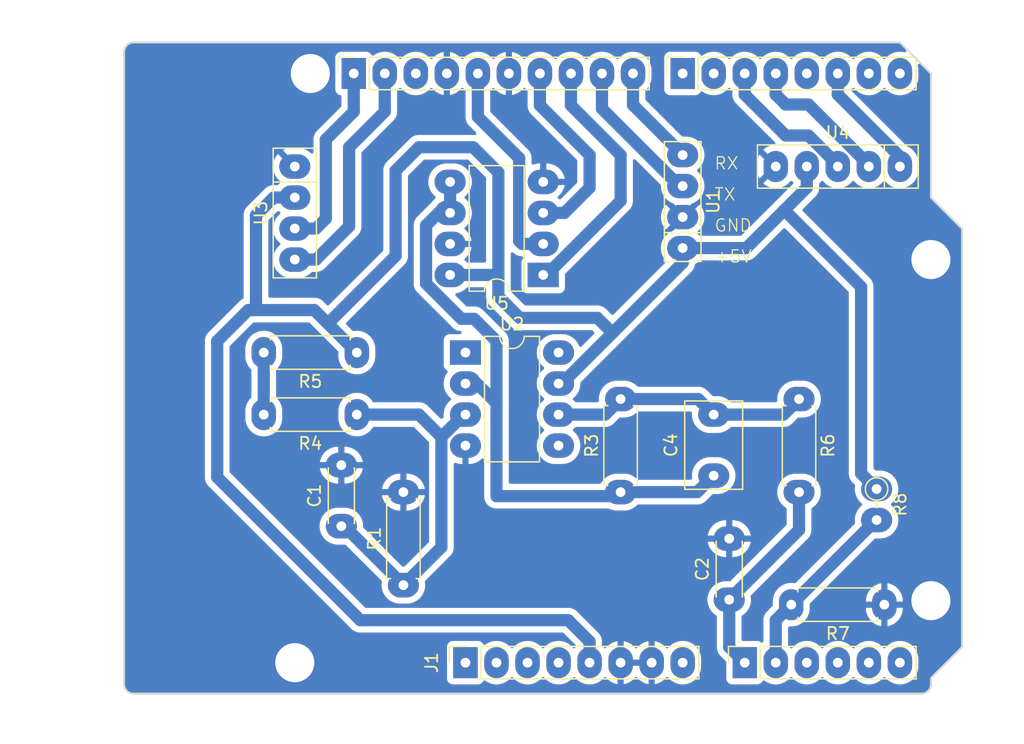
<source format=kicad_pcb>
(kicad_pcb (version 20221018) (generator pcbnew)
  (title_block (date "mar. 31 mars 2015"))
  (layers (0 "F.Cu" signal) (31 "B.Cu" signal) (34 "B.Paste" user) (35 "F.Paste" user) (36 "B.SilkS" user "B.Silkscreen") (37 "F.SilkS" user "F.Silkscreen") (38 "B.Mask" user) (39 "F.Mask" user) (44 "Edge.Cuts" user))
  (net 0 "")
  (net 1 "Net-(U2-+IN)")
  (net 3 "/IOREF")
  (net 4 "/A0")
  (net 5 "/A1")
  (net 6 "/A2")
  (net 7 "/A3")
  (net 8 "GND")
  (net 9 "/PW")
  (net 10 "/13")
  (net 11 "/AREF")
  (net 12 "/8")
  (net 13 "/7")
  (net 14 "/*11")
  (net 15 "/*10")
  (net 16 "/*9")
  (net 17 "/4")
  (net 18 "/2")
  (net 19 "/*6")
  (net 20 "/*5")
  (net 21 "/TX{slash}1")
  (net 22 "/*3")
  (net 23 "/RX{slash}0")
  (net 25 "/~{RESET}")
  (net 26 "/Vin")
  (net 27 "+5V")
  (net 28 "Net-(U2-OUT)")
  (net 29 "Net-(R4-Pad2)")
  (net 33 "/A4")
  (net 34 "/A5")
  (net 35 "/SCLO")
  (net 36 "/SDAO")
  (footprint "Connector_PinSocket_2.54mm:PinSocket_1x06_P2.54mm_Vertical" (layer "F.Cu") (at 150.8 97.46 90)
    (fp_text reference "J3" hide)
    (fp_text value "Analog")
    (fp_line (start -1.33 1.27) (end -1.33 14.03) (stroke (width 0.12)) (layer "F.SilkS"))
    (fp_line (start -1.33 1.27) (end 1.33 1.27) (stroke (width 0.12)) (layer "F.SilkS"))
    (fp_line (start -1.33 14.03) (end 1.33 14.03) (stroke (width 0.12)) (layer "F.SilkS"))
    (fp_line (start 0 -1.33) (end 1.33 -1.33) (stroke (width 0.12)) (layer "F.SilkS"))
    (fp_line (start 1.33 -1.33) (end 1.33 0) (stroke (width 0.12)) (layer "F.SilkS"))
    (fp_line (start 1.33 1.27) (end 1.33 14.03) (stroke (width 0.12)) (layer "F.SilkS"))
    (pad "1" thru_hole rect locked (at 0 0 90) (size 2.54 2) (drill 0.8) (layers "*.Cu" "*.Mask") (net 4 "/A0"))
    (pad "2" thru_hole oval locked (at 0 2.54 90) (size 2.54 2) (drill 0.8) (layers "*.Cu" "*.Mask") (net 5 "/A1"))
    (pad "3" thru_hole oval locked (at 0 5.08 90) (size 2.54 2) (drill 0.8) (layers "*.Cu" "*.Mask") (net 6 "/A2"))
    (pad "4" thru_hole oval locked (at 0 7.62 90) (size 2.54 2) (drill 0.8) (layers "*.Cu" "*.Mask") (net 7 "/A3"))
    (pad "5" thru_hole oval locked (at 0 10.16 90) (size 2.54 2) (drill 0.8) (layers "*.Cu" "*.Mask") (net 33 "/A4"))
    (pad "6" thru_hole oval locked (at 0 12.7 90) (size 2.54 2) (drill 0.8) (layers "*.Cu" "*.Mask") (net 34 "/A5"))
  )
  (footprint "Connector_PinSocket_2.54mm:PinSocket_1x10_P2.54mm_Vertical" (layer "F.Cu") (at 118.796 49.2 90)
    (fp_text reference "J2" hide)
    (fp_text value "Digital/PWM")
    (fp_line (start -1.33 1.27) (end -1.33 24.19) (stroke (width 0.12)) (layer "F.SilkS"))
    (fp_line (start -1.33 1.27) (end 1.33 1.27) (stroke (width 0.12)) (layer "F.SilkS"))
    (fp_line (start -1.33 24.19) (end 1.33 24.19) (stroke (width 0.12)) (layer "F.SilkS"))
    (fp_line (start 0 -1.33) (end 1.33 -1.33) (stroke (width 0.12)) (layer "F.SilkS"))
    (fp_line (start 1.33 -1.33) (end 1.33 0) (stroke (width 0.12)) (layer "F.SilkS"))
    (fp_line (start 1.33 1.27) (end 1.33 24.19) (stroke (width 0.12)) (layer "F.SilkS"))
    (pad "1" thru_hole rect locked (at 0 0 90) (size 2.54 2) (drill 0.8) (layers "*.Cu" "*.Mask") (net 35 "/SCLO"))
    (pad "2" thru_hole oval locked (at 0 2.54 90) (size 2.54 2) (drill 0.8) (layers "*.Cu" "*.Mask") (net 36 "/SDAO"))
    (pad "3" thru_hole oval locked (at 0 5.08 90) (size 2.54 2) (drill 0.8) (layers "*.Cu" "*.Mask") (net 11 "/AREF"))
    (pad "4" thru_hole oval locked (at 0 7.62 90) (size 2.54 2) (drill 0.8) (layers "*.Cu" "*.Mask") (net 8 "GND"))
    (pad "5" thru_hole oval locked (at 0 10.16 90) (size 2.54 2) (drill 0.8) (layers "*.Cu" "*.Mask") (net 10 "/13"))
    (pad "6" thru_hole oval locked (at 0 12.7 90) (size 2.54 2) (drill 0.8) (layers "*.Cu" "*.Mask") (net 8 "GND"))
    (pad "7" thru_hole oval locked (at 0 15.24 90) (size 2.54 2) (drill 0.8) (layers "*.Cu" "*.Mask") (net 14 "/*11"))
    (pad "8" thru_hole oval locked (at 0 17.78 90) (size 2.54 2) (drill 0.8) (layers "*.Cu" "*.Mask") (net 15 "/*10"))
    (pad "9" thru_hole oval locked (at 0 20.32 90) (size 2.54 2) (drill 0.8) (layers "*.Cu" "*.Mask") (net 16 "/*9"))
    (pad "10" thru_hole oval locked (at 0 22.86 90) (size 2.54 2) (drill 0.8) (layers "*.Cu" "*.Mask") (net 12 "/8"))
  )
  (footprint "Connector_PinSocket_2.54mm:PinSocket_1x08_P2.54mm_Vertical" (layer "F.Cu") (at 145.72 49.2 90)
    (fp_text reference "J4" hide)
    (fp_text value "Digital/PWM")
    (fp_line (start -1.33 1.27) (end -1.33 19.11) (stroke (width 0.12)) (layer "F.SilkS"))
    (fp_line (start -1.33 1.27) (end 1.33 1.27) (stroke (width 0.12)) (layer "F.SilkS"))
    (fp_line (start -1.33 19.11) (end 1.33 19.11) (stroke (width 0.12)) (layer "F.SilkS"))
    (fp_line (start 0 -1.33) (end 1.33 -1.33) (stroke (width 0.12)) (layer "F.SilkS"))
    (fp_line (start 1.33 -1.33) (end 1.33 0) (stroke (width 0.12)) (layer "F.SilkS"))
    (fp_line (start 1.33 1.27) (end 1.33 19.11) (stroke (width 0.12)) (layer "F.SilkS"))
    (pad "1" thru_hole rect locked (at 0 0 90) (size 2.54 2) (drill 0.8) (layers "*.Cu" "*.Mask") (net 13 "/7"))
    (pad "2" thru_hole oval locked (at 0 2.54 90) (size 2.54 2) (drill 0.8) (layers "*.Cu" "*.Mask") (net 19 "/*6"))
    (pad "3" thru_hole oval locked (at 0 5.08 90) (size 2.54 2) (drill 0.8) (layers "*.Cu" "*.Mask") (net 20 "/*5"))
    (pad "4" thru_hole oval locked (at 0 7.62 90) (size 2.54 2) (drill 0.8) (layers "*.Cu" "*.Mask") (net 17 "/4"))
    (pad "5" thru_hole oval locked (at 0 10.16 90) (size 2.54 2) (drill 0.8) (layers "*.Cu" "*.Mask") (net 22 "/*3"))
    (pad "6" thru_hole oval locked (at 0 12.7 90) (size 2.54 2) (drill 0.8) (layers "*.Cu" "*.Mask") (net 18 "/2"))
    (pad "7" thru_hole oval locked (at 0 15.24 90) (size 2.54 2) (drill 0.8) (layers "*.Cu" "*.Mask") (net 21 "/TX{slash}1"))
    (pad "8" thru_hole oval locked (at 0 17.78 90) (size 2.54 2) (drill 0.8) (layers "*.Cu" "*.Mask") (net 23 "/RX{slash}0"))
  )
  (footprint "lib_empreintes:SIP-4" (layer "F.Cu") (at 113.97 60.63 -90)
    (fp_text reference "U3" (at 0 2.77 90) (layer "F.SilkS"))
    (fp_text value "~")
    (fp_line (start -5.31 -1.77) (end 5.31 -1.77) (stroke (width 0.12)) (layer "F.SilkS"))
    (fp_line (start -5.31 1.77) (end -5.31 -1.77) (stroke (width 0.12)) (layer "F.SilkS"))
    (fp_line (start -2.54 -1.77) (end -2.54 1.77) (stroke (width 0.12)) (layer "F.SilkS"))
    (fp_line (start 5.31 -1.77) (end 5.31 1.77) (stroke (width 0.12)) (layer "F.SilkS"))
    (fp_line (start 5.31 1.77) (end -5.31 1.77) (stroke (width 0.12)) (layer "F.SilkS"))
    (pad "1" thru_hole oval (at -3.81 0 270) (size 2 2.54) (drill 0.8) (layers "*.Cu" "*.Mask") (net 8 "GND"))
    (pad "2" thru_hole oval (at -1.27 0 270) (size 2 2.54) (drill 0.8) (layers "*.Cu" "*.Mask") (net 27 "+5V"))
    (pad "3" thru_hole oval (at 1.27 0 270) (size 2 2.54) (drill 0.8) (layers "*.Cu" "*.Mask") (net 35 "/SCLO"))
    (pad "4" thru_hole oval (at 3.81 0 270) (size 2 2.54) (drill 0.8) (layers "*.Cu" "*.Mask") (net 36 "/SDAO"))
  )
  (footprint "Capacitor_THT:C_Rect_L7.0mm_W4.5mm_P5.00mm" (layer "F.Cu") (at 148.26 82.14 90)
    (fp_text reference "C4" (at 2.5 -3.5 90) (layer "F.SilkS"))
    (fp_text value "1u")
    (fp_line (start -1.12 -2.37) (end -1.12 2.37) (stroke (width 0.12)) (layer "F.SilkS"))
    (fp_line (start -1.12 -2.37) (end 6.12 -2.37) (stroke (width 0.12)) (layer "F.SilkS"))
    (fp_line (start -1.12 2.37) (end 6.12 2.37) (stroke (width 0.12)) (layer "F.SilkS"))
    (fp_line (start 6.12 -2.37) (end 6.12 2.37) (stroke (width 0.12)) (layer "F.SilkS"))
    (pad "1" thru_hole oval (at 0 0 90) (size 2 2.54) (drill 0.8) (layers "*.Cu" "*.Mask") (net 9 "/PW"))
    (pad "2" thru_hole oval (at 5 0 90) (size 2 2.54) (drill 0.8) (layers "*.Cu" "*.Mask") (net 28 "Net-(U2-OUT)"))
  )
  (footprint "Resistor_THT:R_Axial_DIN0207_L6.3mm_D2.5mm_P7.62mm_Horizontal" (layer "F.Cu") (at 119.05 72.06 180)
    (fp_text reference "R5" (at 3.81 -2.37) (layer "F.SilkS"))
    (fp_text value "R_Variable")
    (fp_line (start 0.54 -1.37) (end 7.08 -1.37) (stroke (width 0.12)) (layer "F.SilkS"))
    (fp_line (start 0.54 -1.04) (end 0.54 -1.37) (stroke (width 0.12)) (layer "F.SilkS"))
    (fp_line (start 0.54 1.04) (end 0.54 1.37) (stroke (width 0.12)) (layer "F.SilkS"))
    (fp_line (start 0.54 1.37) (end 7.08 1.37) (stroke (width 0.12)) (layer "F.SilkS"))
    (fp_line (start 7.08 -1.37) (end 7.08 -1.04) (stroke (width 0.12)) (layer "F.SilkS"))
    (fp_line (start 7.08 1.37) (end 7.08 1.04) (stroke (width 0.12)) (layer "F.SilkS"))
    (pad "1" thru_hole oval (at 0 0 180) (size 2 2.54) (drill 0.8) (layers "*.Cu" "*.Mask") (net 27 "+5V"))
    (pad "2" thru_hole oval (at 7.62 0 180) (size 2 2.54) (drill 0.8) (layers "*.Cu" "*.Mask") (net 29 "Net-(R4-Pad2)"))
  )
  (footprint "Resistor_THT:R_Axial_DIN0207_L6.3mm_D2.5mm_P7.62mm_Horizontal" (layer "F.Cu") (at 155.245 75.87 -90)
    (fp_text reference "R6" (at 3.81 -2.37 90) (layer "F.SilkS"))
    (fp_text value "1k")
    (fp_line (start 0.54 -1.37) (end 7.08 -1.37) (stroke (width 0.12)) (layer "F.SilkS"))
    (fp_line (start 0.54 -1.04) (end 0.54 -1.37) (stroke (width 0.12)) (layer "F.SilkS"))
    (fp_line (start 0.54 1.04) (end 0.54 1.37) (stroke (width 0.12)) (layer "F.SilkS"))
    (fp_line (start 0.54 1.37) (end 7.08 1.37) (stroke (width 0.12)) (layer "F.SilkS"))
    (fp_line (start 7.08 -1.37) (end 7.08 -1.04) (stroke (width 0.12)) (layer "F.SilkS"))
    (fp_line (start 7.08 1.37) (end 7.08 1.04) (stroke (width 0.12)) (layer "F.SilkS"))
    (pad "1" thru_hole oval (at 0 0 270) (size 2 2.54) (drill 0.8) (layers "*.Cu" "*.Mask") (net 28 "Net-(U2-OUT)"))
    (pad "2" thru_hole oval (at 7.62 0 270) (size 2 2.54) (drill 0.8) (layers "*.Cu" "*.Mask") (net 4 "/A0"))
  )
  (footprint "Resistor_THT:R_Axial_DIN0207_L6.3mm_D2.5mm_P7.62mm_Horizontal" (layer "F.Cu") (at 119.05 77.14 180)
    (fp_text reference "R4" (at 3.81 -2.37) (layer "F.SilkS"))
    (fp_text value "10k")
    (fp_line (start 0.54 -1.37) (end 7.08 -1.37) (stroke (width 0.12)) (layer "F.SilkS"))
    (fp_line (start 0.54 -1.04) (end 0.54 -1.37) (stroke (width 0.12)) (layer "F.SilkS"))
    (fp_line (start 0.54 1.04) (end 0.54 1.37) (stroke (width 0.12)) (layer "F.SilkS"))
    (fp_line (start 0.54 1.37) (end 7.08 1.37) (stroke (width 0.12)) (layer "F.SilkS"))
    (fp_line (start 7.08 -1.37) (end 7.08 -1.04) (stroke (width 0.12)) (layer "F.SilkS"))
    (fp_line (start 7.08 1.37) (end 7.08 1.04) (stroke (width 0.12)) (layer "F.SilkS"))
    (pad "1" thru_hole oval (at 0 0 180) (size 2 2.54) (drill 0.8) (layers "*.Cu" "*.Mask") (net 1 "Net-(U2-+IN)"))
    (pad "2" thru_hole oval (at 7.62 0 180) (size 2 2.54) (drill 0.8) (layers "*.Cu" "*.Mask") (net 29 "Net-(R4-Pad2)"))
  )
  (footprint "Capacitor_THT:C_Disc_D4.3mm_W1.9mm_P5.00mm" (layer "F.Cu") (at 149.53 92.3 90)
    (fp_text reference "C2" (at 2.5 -2.2 90) (layer "F.SilkS"))
    (fp_text value "100n")
    (fp_line (start 0.23 -1.07) (end 0.23 -1.055) (stroke (width 0.12)) (layer "F.SilkS"))
    (fp_line (start 0.23 -1.07) (end 4.77 -1.07) (stroke (width 0.12)) (layer "F.SilkS"))
    (fp_line (start 0.23 1.055) (end 0.23 1.07) (stroke (width 0.12)) (layer "F.SilkS"))
    (fp_line (start 0.23 1.07) (end 4.77 1.07) (stroke (width 0.12)) (layer "F.SilkS"))
    (fp_line (start 4.77 -1.07) (end 4.77 -1.055) (stroke (width 0.12)) (layer "F.SilkS"))
    (fp_line (start 4.77 1.055) (end 4.77 1.07) (stroke (width 0.12)) (layer "F.SilkS"))
    (pad "1" thru_hole oval (at 0 0 90) (size 2 2.54) (drill 0.8) (layers "*.Cu" "*.Mask") (net 4 "/A0"))
    (pad "2" thru_hole oval (at 5 0 90) (size 2 2.54) (drill 0.8) (layers "*.Cu" "*.Mask") (net 8 "GND"))
  )
  (footprint "Connector_PinSocket_2.54mm:PinSocket_1x08_P2.54mm_Vertical" (layer "F.Cu") (at 127.94 97.46 90)
    (fp_text reference "J1" (at 0 -2.77 90) (layer "F.SilkS"))
    (fp_text value "Power")
    (fp_line (start -1.33 1.27) (end -1.33 19.11) (stroke (width 0.12)) (layer "F.SilkS"))
    (fp_line (start -1.33 1.27) (end 1.33 1.27) (stroke (width 0.12)) (layer "F.SilkS"))
    (fp_line (start -1.33 19.11) (end 1.33 19.11) (stroke (width 0.12)) (layer "F.SilkS"))
    (fp_line (start 0 -1.33) (end 1.33 -1.33) (stroke (width 0.12)) (layer "F.SilkS"))
    (fp_line (start 1.33 -1.33) (end 1.33 0) (stroke (width 0.12)) (layer "F.SilkS"))
    (fp_line (start 1.33 1.27) (end 1.33 19.11) (stroke (width 0.12)) (layer "F.SilkS"))
    (pad "1" thru_hole rect (at 0 0 90) (size 2.54 2) (drill 0.8) (layers "*.Cu" "*.Mask"))
    (pad "2" thru_hole oval (at 0 2.54 90) (size 2.54 2) (drill 0.8) (layers "*.Cu" "*.Mask") (net 3 "/IOREF"))
    (pad "3" thru_hole oval (at 0 5.08 90) (size 2.54 2) (drill 0.8) (layers "*.Cu" "*.Mask") (net 25 "/~{RESET}"))
    (pad "4" thru_hole oval (at 0 7.62 90) (size 2.54 2) (drill 0.8) (layers "*.Cu" "*.Mask"))
    (pad "5" thru_hole oval (at 0 10.16 90) (size 2.54 2) (drill 0.8) (layers "*.Cu" "*.Mask") (net 27 "+5V"))
    (pad "6" thru_hole oval (at 0 12.7 90) (size 2.54 2) (drill 0.8) (layers "*.Cu" "*.Mask") (net 8 "GND"))
    (pad "7" thru_hole oval (at 0 15.24 90) (size 2.54 2) (drill 0.8) (layers "*.Cu" "*.Mask") (net 8 "GND"))
    (pad "8" thru_hole oval (at 0 17.78 90) (size 2.54 2) (drill 0.8) (layers "*.Cu" "*.Mask") (net 26 "/Vin"))
  )
  (footprint "Package_DIP:DIP-8_W7.62mm_LongPads" (layer "F.Cu") (at 134.305 65.7 180)
    (fp_text reference "U5" (at 3.81 -2.33) (layer "F.SilkS"))
    (fp_text value "MCP41100")
    (fp_line (start 1.56 -1.33) (end 1.56 8.95) (stroke (width 0.12)) (layer "F.SilkS"))
    (fp_line (start 1.56 8.95) (end 6.06 8.95) (stroke (width 0.12)) (layer "F.SilkS"))
    (fp_line (start 2.81 -1.33) (end 1.56 -1.33) (stroke (width 0.12)) (layer "F.SilkS"))
    (fp_line (start 6.06 -1.33) (end 4.81 -1.33) (stroke (width 0.12)) (layer "F.SilkS"))
    (fp_line (start 6.06 8.95) (end 6.06 -1.33) (stroke (width 0.12)) (layer "F.SilkS"))
    (fp_arc (start 4.81 -1.33) (mid 3.81 -0.33) (end 2.81 -1.33) (stroke (width 0.12)) (layer "F.SilkS"))
    (pad "1" thru_hole rect (at 0 0 180) (size 2.54 2) (drill 0.8) (layers "*.Cu" "*.Mask") (net 15 "/*10"))
    (pad "2" thru_hole oval (at 0 2.54 180) (size 2.54 2) (drill 0.8) (layers "*.Cu" "*.Mask") (net 10 "/13"))
    (pad "3" thru_hole oval (at 0 5.08 180) (size 2.54 2) (drill 0.8) (layers "*.Cu" "*.Mask") (net 14 "/*11"))
    (pad "4" thru_hole oval (at 0 7.62 180) (size 2.54 2) (drill 0.8) (layers "*.Cu" "*.Mask") (net 8 "GND"))
    (pad "5" thru_hole oval (at 7.62 7.62 180) (size 2.54 2) (drill 0.8) (layers "*.Cu" "*.Mask") (net 9 "/PW"))
    (pad "6" thru_hole oval (at 7.62 5.08 180) (size 2.54 2) (drill 0.8) (layers "*.Cu" "*.Mask") (net 9 "/PW"))
    (pad "7" thru_hole oval (at 7.62 2.54 180) (size 2.54 2) (drill 0.8) (layers "*.Cu" "*.Mask") (net 8 "GND"))
    (pad "8" thru_hole oval (at 7.62 0 180) (size 2.54 2) (drill 0.8) (layers "*.Cu" "*.Mask") (net 27 "+5V"))
  )
  (footprint "Arduino_MountingHole:MountingHole_3.2mm" (layer "F.Cu") (at 115.24 49.2)
    (fp_text reference "MH1" hide)
    (fp_text value "MountingHole_3.2mm" hide)
    (pad "" np_thru_hole circle locked (at 0 0) (size 3.2 3.2) (drill 3.2) (layers "*.Cu" "*.Mask"))
  )
  (footprint "Resistor_THT:R_Axial_DIN0207_L6.3mm_D2.5mm_P7.62mm_Horizontal" (layer "F.Cu") (at 122.86 91.11 90)
    (fp_text reference "R1" (at 3.81 -2.37 90) (layer "F.SilkS"))
    (fp_text value "100k")
    (fp_line (start 0.54 -1.37) (end 7.08 -1.37) (stroke (width 0.12)) (layer "F.SilkS"))
    (fp_line (start 0.54 -1.04) (end 0.54 -1.37) (stroke (width 0.12)) (layer "F.SilkS"))
    (fp_line (start 0.54 1.04) (end 0.54 1.37) (stroke (width 0.12)) (layer "F.SilkS"))
    (fp_line (start 0.54 1.37) (end 7.08 1.37) (stroke (width 0.12)) (layer "F.SilkS"))
    (fp_line (start 7.08 -1.37) (end 7.08 -1.04) (stroke (width 0.12)) (layer "F.SilkS"))
    (fp_line (start 7.08 1.37) (end 7.08 1.04) (stroke (width 0.12)) (layer "F.SilkS"))
    (pad "1" thru_hole oval (at 0 0 90) (size 2 2.54) (drill 0.8) (layers "*.Cu" "*.Mask") (net 1 "Net-(U2-+IN)"))
    (pad "2" thru_hole oval (at 7.62 0 90) (size 2 2.54) (drill 0.8) (layers "*.Cu" "*.Mask") (net 8 "GND"))
  )
  (footprint "lib_empreintes:SIP-4" (layer "F.Cu") (at 145.72 59.69 90)
    (fp_text reference "U1" (at 0 2.5 90) (layer "F.SilkS"))
    (fp_text value "~")
    (fp_text user "RX" (at 2.54 2.54 unlocked) (layer "F.SilkS") (effects (font (thickness 0.1)) (justify left bottom)))
    (fp_text user "+5V" (at -5.08 2.54 unlocked) (layer "F.SilkS") (effects (font (thickness 0.1)) (justify left bottom)))
    (fp_text user "GND" (at -2.54 2.54 unlocked) (layer "F.SilkS") (effects (font (thickness 0.1)) (justify left bottom)))
    (fp_text user "TX" (at 0 2.54 unlocked) (layer "F.SilkS") (effects (font (thickness 0.1)) (justify left bottom)))
    (fp_line (start -4.91 -1.5) (end 4.91 -1.5) (stroke (width 0.12)) (layer "F.SilkS"))
    (fp_line (start -4.91 1.5) (end -4.91 -1.5) (stroke (width 0.12)) (layer "F.SilkS"))
    (fp_line (start -2.54 -1.5) (end -2.54 1.5) (stroke (width 0.12)) (layer "F.SilkS"))
    (fp_line (start 4.91 -1.5) (end 4.91 1.5) (stroke (width 0.12)) (layer "F.SilkS"))
    (fp_line (start 4.91 1.5) (end -4.91 1.5) (stroke (width 0.12)) (layer "F.SilkS"))
    (pad "1" thru_hole oval (at -3.81 0 90) (size 2 2.54) (drill 0.8) (layers "*.Cu" "*.Mask") (net 27 "+5V"))
    (pad "2" thru_hole oval (at -1.27 0 90) (size 2 2.54) (drill 0.8) (layers "*.Cu" "*.Mask") (net 8 "GND"))
    (pad "3" thru_hole oval (at 1.27 0 90) (size 2 2.54) (drill 0.8) (layers "*.Cu" "*.Mask") (net 16 "/*9"))
    (pad "4" thru_hole oval (at 3.81 0 90) (size 2 2.54) (drill 0.8) (layers "*.Cu" "*.Mask") (net 12 "/8"))
  )
  (footprint "Resistor_THT:R_Axial_DIN0207_L6.3mm_D2.5mm_P7.62mm_Horizontal" (layer "F.Cu") (at 140.64 83.49 90)
    (fp_text reference "R3" (at 3.81 -2.37 90) (layer "F.SilkS"))
    (fp_text value "100k")
    (fp_line (start 0.54 -1.37) (end 7.08 -1.37) (stroke (width 0.12)) (layer "F.SilkS"))
    (fp_line (start 0.54 -1.04) (end 0.54 -1.37) (stroke (width 0.12)) (layer "F.SilkS"))
    (fp_line (start 0.54 1.04) (end 0.54 1.37) (stroke (width 0.12)) (layer "F.SilkS"))
    (fp_line (start 0.54 1.37) (end 7.08 1.37) (stroke (width 0.12)) (layer "F.SilkS"))
    (fp_line (start 7.08 -1.37) (end 7.08 -1.04) (stroke (width 0.12)) (layer "F.SilkS"))
    (fp_line (start 7.08 1.37) (end 7.08 1.04) (stroke (width 0.12)) (layer "F.SilkS"))
    (pad "1" thru_hole oval (at 0 0 90) (size 2 2.54) (drill 0.8) (layers "*.Cu" "*.Mask") (net 9 "/PW"))
    (pad "2" thru_hole oval (at 7.62 0 90) (size 2 2.54) (drill 0.8) (layers "*.Cu" "*.Mask") (net 28 "Net-(U2-OUT)"))
  )
  (footprint "Capacitor_THT:C_Disc_D4.3mm_W1.9mm_P5.00mm" (layer "F.Cu") (at 117.78 86.28 90)
    (fp_text reference "C1" (at 2.5 -2.2 90) (layer "F.SilkS"))
    (fp_text value "100n")
    (fp_line (start 0.23 -1.07) (end 0.23 -1.055) (stroke (width 0.12)) (layer "F.SilkS"))
    (fp_line (start 0.23 -1.07) (end 4.77 -1.07) (stroke (width 0.12)) (layer "F.SilkS"))
    (fp_line (start 0.23 1.055) (end 0.23 1.07) (stroke (width 0.12)) (layer "F.SilkS"))
    (fp_line (start 0.23 1.07) (end 4.77 1.07) (stroke (width 0.12)) (layer "F.SilkS"))
    (fp_line (start 4.77 -1.07) (end 4.77 -1.055) (stroke (width 0.12)) (layer "F.SilkS"))
    (fp_line (start 4.77 1.055) (end 4.77 1.07) (stroke (width 0.12)) (layer "F.SilkS"))
    (pad "1" thru_hole oval (at 0 0 90) (size 2 2.54) (drill 0.8) (layers "*.Cu" "*.Mask") (net 1 "Net-(U2-+IN)"))
    (pad "2" thru_hole oval (at 5 0 90) (size 2 2.54) (drill 0.8) (layers "*.Cu" "*.Mask") (net 8 "GND"))
  )
  (footprint "Resistor_THT:R_Axial_DIN0207_L6.3mm_D2.5mm_P7.62mm_Horizontal" (layer "F.Cu") (at 162.23 92.71 180)
    (fp_text reference "R7" (at 3.81 -2.37) (layer "F.SilkS"))
    (fp_text value "39k")
    (fp_line (start 0.54 -1.37) (end 7.08 -1.37) (stroke (width 0.12)) (layer "F.SilkS"))
    (fp_line (start 0.54 -1.04) (end 0.54 -1.37) (stroke (width 0.12)) (layer "F.SilkS"))
    (fp_line (start 0.54 1.04) (end 0.54 1.37) (stroke (width 0.12)) (layer "F.SilkS"))
    (fp_line (start 0.54 1.37) (end 7.08 1.37) (stroke (width 0.12)) (layer "F.SilkS"))
    (fp_line (start 7.08 -1.37) (end 7.08 -1.04) (stroke (width 0.12)) (layer "F.SilkS"))
    (fp_line (start 7.08 1.37) (end 7.08 1.04) (stroke (width 0.12)) (layer "F.SilkS"))
    (pad "1" thru_hole oval (at 0 0 180) (size 2 2.54) (drill 0.8) (layers "*.Cu" "*.Mask") (net 8 "GND"))
    (pad "2" thru_hole oval (at 7.62 0 180) (size 2 2.54) (drill 0.8) (layers "*.Cu" "*.Mask") (net 5 "/A1"))
  )
  (footprint "Resistor_THT:R_Axial_DIN0204_L3.6mm_D1.6mm_P2.54mm_Vertical" (layer "F.Cu") (at 161.595 83.235 -90)
    (fp_text reference "R8" (at 1.27 -1.92 90) (layer "F.SilkS"))
    (fp_text value "FlexSensor")
    (fp_line (start 0.92 0) (end 1.54 0) (stroke (width 0.12)) (layer "F.SilkS"))
    (fp_circle (center 0 0) (end 0.92 0) (stroke (width 0.12)) (fill none) (layer "F.SilkS"))
    (pad "1" thru_hole oval (at 0 0 270) (size 2 2.54) (drill 0.8) (layers "*.Cu" "*.Mask") (net 27 "+5V"))
    (pad "2" thru_hole oval (at 2.54 0 270) (size 2 2.54) (drill 0.8) (layers "*.Cu" "*.Mask") (net 5 "/A1"))
  )
  (footprint "Package_DIP:DIP-8_W7.62mm_LongPads" (layer "F.Cu") (at 127.94 72.06)
    (fp_text reference "U2" (at 3.81 -2.33) (layer "F.SilkS"))
    (fp_text value "~")
    (fp_line (start 1.56 -1.33) (end 1.56 8.95) (stroke (width 0.12)) (layer "F.SilkS"))
    (fp_line (start 1.56 8.95) (end 6.06 8.95) (stroke (width 0.12)) (layer "F.SilkS"))
    (fp_line (start 2.81 -1.33) (end 1.56 -1.33) (stroke (width 0.12)) (layer "F.SilkS"))
    (fp_line (start 6.06 -1.33) (end 4.81 -1.33) (stroke (width 0.12)) (layer "F.SilkS"))
    (fp_line (start 6.06 8.95) (end 6.06 -1.33) (stroke (width 0.12)) (layer "F.SilkS"))
    (fp_arc (start 4.81 -1.33) (mid 3.81 -0.33) (end 2.81 -1.33) (stroke (width 0.12)) (layer "F.SilkS"))
    (pad "1" thru_hole rect (at 0 0) (size 2.54 2) (drill 0.8) (layers "*.Cu" "*.Mask"))
    (pad "2" thru_hole oval (at 0 2.54) (size 2.54 2) (drill 0.8) (layers "*.Cu" "*.Mask") (net 9 "/PW"))
    (pad "3" thru_hole oval (at 0 5.08) (size 2.54 2) (drill 0.8) (layers "*.Cu" "*.Mask") (net 1 "Net-(U2-+IN)"))
    (pad "4" thru_hole oval (at 0 7.62) (size 2.54 2) (drill 0.8) (layers "*.Cu" "*.Mask") (net 8 "GND"))
    (pad "5" thru_hole oval (at 7.62 7.62) (size 2.54 2) (drill 0.8) (layers "*.Cu" "*.Mask"))
    (pad "6" thru_hole oval (at 7.62 5.08) (size 2.54 2) (drill 0.8) (layers "*.Cu" "*.Mask") (net 28 "Net-(U2-OUT)"))
    (pad "7" thru_hole oval (at 7.62 2.54) (size 2.54 2) (drill 0.8) (layers "*.Cu" "*.Mask") (net 27 "+5V"))
    (pad "8" thru_hole oval (at 7.62 0) (size 2.54 2) (drill 0.8) (layers "*.Cu" "*.Mask"))
  )
  (footprint "lib_empreintes:SIP-5" (layer "F.Cu") (at 158.42 56.82 180)
    (fp_text reference "U4" (at 0 2.77) (layer "F.SilkS"))
    (fp_text value "~")
    (fp_line (start -6.58 -1.77) (end 6.58 -1.77) (stroke (width 0.12)) (layer "F.SilkS"))
    (fp_line (start -6.58 1.77) (end -6.58 -1.77) (stroke (width 0.12)) (layer "F.SilkS"))
    (fp_line (start -3.81 -1.77) (end -3.81 1.77) (stroke (width 0.12)) (layer "F.SilkS"))
    (fp_line (start 6.58 -1.77) (end 6.58 1.77) (stroke (width 0.12)) (layer "F.SilkS"))
    (fp_line (start 6.58 1.77) (end -6.58 1.77) (stroke (width 0.12)) (layer "F.SilkS"))
    (pad "1" thru_hole oval (at -5.08 0 180) (size 2 2.54) (drill 0.8) (layers "*.Cu" "*.Mask") (net 18 "/2"))
    (pad "2" thru_hole oval (at -2.54 0 180) (size 2 2.54) (drill 0.8) (layers "*.Cu" "*.Mask") (net 17 "/4"))
    (pad "3" thru_hole oval (at 0 0 180) (size 2 2.54) (drill 0.8) (layers "*.Cu" "*.Mask") (net 20 "/*5"))
    (pad "4" thru_hole oval (at 2.54 0 180) (size 2 2.54) (drill 0.8) (layers "*.Cu" "*.Mask") (net 27 "+5V"))
    (pad "5" thru_hole oval (at 5.08 0 180) (size 2 2.54) (drill 0.8) (layers "*.Cu" "*.Mask") (net 8 "GND"))
  )
  (footprint "Arduino_MountingHole:MountingHole_3.2mm" (layer "F.Cu") (at 113.97 97.46)
    (fp_text reference "MH2" hide)
    (fp_text value "MountingHole_3.2mm" hide)
    (pad "" np_thru_hole circle locked (at 0 0) (size 3.2 3.2) (drill 3.2) (layers "*.Cu" "*.Mask"))
  )
  (footprint "Arduino_MountingHole:MountingHole_3.2mm" (layer "F.Cu") (at 166.04 64.44)
    (fp_text reference "MH3" hide)
    (fp_text value "MountingHole_3.2mm" hide)
    (pad "" np_thru_hole circle locked (at 0 0) (size 3.2 3.2) (drill 3.2) (layers "*.Cu" "*.Mask"))
  )
  (footprint "Arduino_MountingHole:MountingHole_3.2mm" (layer "F.Cu") (at 166.04 92.38)
    (fp_text reference "MH4" hide)
    (fp_text value "MountingHole_3.2mm" hide)
    (pad "" np_thru_hole circle locked (at 0 0) (size 3.2 3.2) (drill 3.2) (layers "*.Cu" "*.Mask"))
  )
  (gr_line (start 166.04 59.36) (end 168.58 61.9) (stroke (width 0.15)) (layer "Edge.Cuts"))
  (gr_line (start 100 99.238) (end 100 47.422) (stroke (width 0.15)) (layer "Edge.Cuts"))
  (gr_line (start 168.58 61.9) (end 168.58 96.19) (stroke (width 0.15)) (layer "Edge.Cuts"))
  (gr_line (start 165.278 100) (end 100.762 100) (stroke (width 0.15)) (layer "Edge.Cuts"))
  (gr_line (start 100.762 46.66) (end 163.5 46.66) (stroke (width 0.15)) (layer "Edge.Cuts"))
  (gr_arc (start 100.762 100) (mid 100.223185 99.776815) (end 100 99.238) (stroke (width 0.15)) (layer "Edge.Cuts"))
  (gr_line (start 168.58 96.19) (end 166.04 98.73) (stroke (width 0.15)) (layer "Edge.Cuts"))
  (gr_line (start 163.5 46.66) (end 166.04 49.2) (stroke (width 0.15)) (layer "Edge.Cuts"))
  (gr_arc (start 166.04 99.238) (mid 165.816815 99.776815) (end 165.278 100) (stroke (width 0.15)) (layer "Edge.Cuts"))
  (gr_line (start 166.04 49.2) (end 166.04 59.36) (stroke (width 0.15)) (layer "Edge.Cuts"))
  (gr_line (start 166.04 98.73) (end 166.04 99.238) (stroke (width 0.15)) (layer "Edge.Cuts"))
  (gr_arc (start 100 47.422) (mid 100.223185 46.883185) (end 100.762 46.66) (stroke (width 0.15)) (layer "Edge.Cuts"))
  (segment (start 124.134163 77.14) (end 125.97 78.975837) (width 1) (layer "B.Cu") (net 1))
  (segment (start 122.86 91.11) (end 125.97 88) (width 1) (layer "B.Cu") (net 1))
  (segment (start 119.05 77.14) (end 124.134163 77.14) (width 1) (layer "B.Cu") (net 1))
  (segment (start 117.78 86.28) (end 118.03 86.28) (width 1) (layer "B.Cu") (net 1))
  (segment (start 125.97 88) (end 125.97 78.975837) (width 1) (layer "B.Cu") (net 1))
  (segment (start 118.03 86.28) (end 122.86 91.11) (width 1) (layer "B.Cu") (net 1))
  (segment (start 127.805837 77.14) (end 127.94 77.14) (width 1) (layer "B.Cu") (net 1))
  (segment (start 125.97 78.975837) (end 127.805837 77.14) (width 1) (layer "B.Cu") (net 1))
  (segment (start 149.53 92.3) (end 149.53 96.19) (width 1) (layer "B.Cu") (net 4))
  (segment (start 155.245 83.49) (end 155.245 86.585) (width 1) (layer "B.Cu") (net 4))
  (segment (start 155.245 86.585) (end 149.53 92.3) (width 1) (layer "B.Cu") (net 4))
  (segment (start 149.53 96.19) (end 150.8 97.46) (width 1) (layer "B.Cu") (net 4))
  (segment (start 161.595 85.775) (end 161.545 85.775) (width 1) (layer "B.Cu") (net 5))
  (segment (start 154.61 92.71) (end 153.34 93.98) (width 1) (layer "B.Cu") (net 5))
  (segment (start 161.545 85.775) (end 154.61 92.71) (width 1) (layer "B.Cu") (net 5))
  (segment (start 153.34 93.98) (end 153.34 97.46) (width 1) (layer "B.Cu") (net 5))
  (segment (start 143.18 97.27) (end 143.18 97.46) (width 1) (layer "B.Cu") (net 8))
  (segment (start 140.31 83.82) (end 140.64 83.49) (width 1) (layer "B.Cu") (net 9))
  (segment (start 124.715 66.404163) (end 124.715 61.645) (width 1) (layer "B.Cu") (net 9))
  (segment (start 127.605837 69.295) (end 124.715 66.404163) (width 1) (layer "B.Cu") (net 9))
  (segment (start 130.48 76.2) (end 130.48 83.82) (width 1) (layer "B.Cu") (net 9))
  (segment (start 125.74 60.62) (end 126.685 60.62) (width 1) (layer "B.Cu") (net 9))
  (segment (start 130.48 71.12) (end 130.48 76.2) (width 1) (layer "B.Cu") (net 9))
  (segment (start 124.715 61.645) (end 125.74 60.62) (width 1) (layer "B.Cu") (net 9))
  (segment (start 130.48 83.82) (end 140.31 83.82) (width 1) (layer "B.Cu") (net 9))
  (segment (start 126.685 60.62) (end 126.685 58.08) (width 1) (layer "B.Cu") (net 9))
  (segment (start 128.655 69.295) (end 127.605837 69.295) (width 1) (layer "B.Cu") (net 9))
  (segment (start 146.91 83.49) (end 148.26 82.14) (width 1) (layer "B.Cu") (net 9))
  (segment (start 127.94 74.6) (end 128.88 74.6) (width 1) (layer "B.Cu") (net 9))
  (segment (start 128.655 69.295) (end 130.48 71.12) (width 1) (layer "B.Cu") (net 9))
  (segment (start 140.64 83.49) (end 146.91 83.49) (width 1) (layer "B.Cu") (net 9))
  (segment (start 128.88 74.6) (end 130.48 76.2) (width 1) (layer "B.Cu") (net 9))
  (segment (start 132.335 56.135) (end 128.956 52.756) (width 1) (layer "B.Cu") (net 10))
  (segment (start 134.305 63.16) (end 132.575 63.16) (width 1) (layer "B.Cu") (net 10))
  (segment (start 132.335 62.92) (end 132.335 56.135) (width 1) (layer "B.Cu") (net 10))
  (segment (start 128.956 52.756) (end 128.956 49.2) (width 1) (layer "B.Cu") (net 10))
  (segment (start 132.575 63.16) (end 132.335 62.92) (width 1) (layer "B.Cu") (net 10))
  (segment (start 141.656 49.2) (end 141.91 49.2) (width 1) (layer "B.Cu") (net 12))
  (segment (start 141.656 49.2) (end 141.656 51.778) (width 1) (layer "B.Cu") (net 12))
  (segment (start 145.72 55.842) (end 145.72 55.88) (width 1) (layer "B.Cu") (net 12))
  (segment (start 141.656 51.778) (end 145.72 55.842) (width 1) (layer "B.Cu") (net 12))
  (segment (start 138.1 58.555) (end 136.035 60.62) (width 1) (layer "B.Cu") (net 14))
  (segment (start 136.035 60.62) (end 134.305 60.62) (width 1) (layer "B.Cu") (net 14))
  (segment (start 138.1 55.88) (end 138.1 58.555) (width 1) (layer "B.Cu") (net 14))
  (segment (start 134.036 49.2) (end 134.036 51.816) (width 1) (layer "B.Cu") (net 14))
  (segment (start 134.036 51.816) (end 138.1 55.88) (width 1) (layer "B.Cu") (net 14))
  (segment (start 140.64 59.635) (end 134.575 65.7) (width 1) (layer "B.Cu") (net 15))
  (segment (start 140.64 55.88) (end 140.64 59.635) (width 1) (layer "B.Cu") (net 15))
  (segment (start 136.576 49.2) (end 136.576 51.816) (width 1) (layer "B.Cu") (net 15))
  (segment (start 136.576 51.816) (end 140.64 55.88) (width 1) (layer "B.Cu") (net 15))
  (segment (start 134.575 65.7) (end 134.305 65.7) (width 1) (layer "B.Cu") (net 15))
  (segment (start 145.45 58.42) (end 139.116 52.086) (width 1) (layer "B.Cu") (net 16))
  (segment (start 145.72 58.42) (end 145.45 58.42) (width 1) (layer "B.Cu") (net 16))
  (segment (start 139.299501 49.383501) (end 139.116 49.2) (width 1) (layer "B.Cu") (net 16))
  (segment (start 139.116 49.2) (end 139.116 52.086) (width 1) (layer "B.Cu") (net 16))
  (segment (start 153.34 50.93) (end 154.15 51.74) (width 1) (layer "B.Cu") (net 17))
  (segment (start 160.96 56.685837) (end 160.96 56.82) (width 1) (layer "B.Cu") (net 17))
  (segment (start 156.014163 51.74) (end 160.96 56.685837) (width 1) (layer "B.Cu") (net 17))
  (segment (start 154.15 51.74) (end 156.014163 51.74) (width 1) (layer "B.Cu") (net 17))
  (segment (start 153.34 49.2) (end 153.34 50.93) (width 1) (layer "B.Cu") (net 17))
  (segment (start 158.42 50.93) (end 163.5 56.01) (width 1) (layer "B.Cu") (net 18))
  (segment (start 158.42 49.2) (end 158.42 50.93) (width 1) (layer "B.Cu") (net 18))
  (segment (start 163.5 56.01) (end 163.5 56.82) (width 1) (layer "B.Cu") (net 18))
  (segment (start 150.8 50.93) (end 154.15 54.28) (width 1) (layer "B.Cu") (net 20))
  (segment (start 158.42 56.685837) (end 158.42 56.82) (width 1) (layer "B.Cu") (net 20))
  (segment (start 154.15 54.28) (end 156.014163 54.28) (width 1) (layer "B.Cu") (net 20))
  (segment (start 150.8 49.2) (end 150.8 50.93) (width 1) (layer "B.Cu") (net 20))
  (segment (start 156.014163 54.28) (end 158.42 56.685837) (width 1) (layer "B.Cu") (net 20))
  (segment (start 136.35 93.98) (end 119.325837 93.98) (width 1) (layer "B.Cu") (net 27))
  (segment (start 119.05 72.06) (end 116.675 69.685) (width 1) (layer "B.Cu") (net 27))
  (segment (start 139.975 70.455) (end 145.72 64.71) (width 1) (layer "B.Cu") (net 27))
  (segment (start 110.16 68.58) (end 110.795 68.58) (width 1) (layer "B.Cu") (net 27))
  (segment (start 139.975 70.455) (end 138.735 69.215) (width 1) (layer "B.Cu") (net 27))
  (segment (start 128.575 55.245) (end 130.635 57.305) (width 1) (layer "B.Cu") (net 27))
  (segment (start 107.62 82.274163) (end 107.62 71.12) (width 1) (layer "B.Cu") (net 27))
  (segment (start 136.29 74.6) (end 135.56 74.6) (width 1) (layer "B.Cu") (net 27))
  (segment (start 155.88 58.55) (end 155.88 56.82) (width 1) (layer "B.Cu") (net 27))
  (segment (start 138.1 95.73) (end 136.35 93.98) (width 1) (layer "B.Cu") (net 27))
  (segment (start 160.325 66.675) (end 160.325 81.965) (width 1) (layer "B.Cu") (net 27))
  (segment (start 115.57 68.58) (end 116.675 69.685) (width 1) (layer "B.Cu") (net 27))
  (segment (start 112.24 59.36) (end 110.795 60.805) (width 1) (layer "B.Cu") (net 27))
  (segment (start 119.325837 93.98) (end 107.62 82.274163) (width 1) (layer "B.Cu") (net 27))
  (segment (start 122.225 64.135) (end 122.225 57.15) (width 1) (layer "B.Cu") (net 27))
  (segment (start 112.7 68.58) (end 115.57 68.58) (width 1) (layer "B.Cu") (net 27))
  (segment (start 130.635 67.465) (end 130.635 65.7) (width 1) (layer "B.Cu") (net 27))
  (segment (start 107.62 71.12) (end 110.16 68.58) (width 1) (layer "B.Cu") (net 27))
  (segment (start 145.72 64.71) (end 145.72 63.5) (width 1) (layer "B.Cu") (net 27))
  (segment (start 138.1 97.46) (end 138.1 95.73) (width 1) (layer "B.Cu") (net 27))
  (segment (start 110.795 68.58) (end 112.7 68.58) (width 1) (layer "B.Cu") (net 27))
  (segment (start 150.93 63.5) (end 154.04 60.39) (width 1) (layer "B.Cu") (net 27))
  (segment (start 130.635 65.7) (end 126.685 65.7) (width 1) (layer "B.Cu") (net 27))
  (segment (start 154.04 60.39) (end 160.325 66.675) (width 1) (layer "B.Cu") (net 27))
  (segment (start 124.13 55.245) (end 128.575 55.245) (width 1) (layer "B.Cu") (net 27))
  (segment (start 132.385 69.215) (end 130.635 67.465) (width 1) (layer "B.Cu") (net 27))
  (segment (start 138.735 69.215) (end 132.385 69.215) (width 1) (layer "B.Cu") (net 27))
  (segment (start 135.56 74.6) (end 135.83 74.6) (width 1) (layer "B.Cu") (net 27))
  (segment (start 160.325 81.965) (end 161.595 83.235) (width 1) (layer "B.Cu") (net 27))
  (segment (start 113.97 59.36) (end 112.24 59.36) (width 1) (layer "B.Cu") (net 27))
  (segment (start 110.795 60.805) (end 110.795 68.58) (width 1) (layer "B.Cu") (net 27))
  (segment (start 145.72 63.5) (end 150.93 63.5) (width 1) (layer "B.Cu") (net 27))
  (segment (start 135.83 74.6) (end 138.705 71.725) (width 1) (layer "B.Cu") (net 27))
  (segment (start 130.635 57.305) (end 130.635 65.7) (width 1) (layer "B.Cu") (net 27))
  (segment (start 138.705 71.725) (end 139.975 70.455) (width 1) (layer "B.Cu") (net 27))
  (segment (start 154.04 60.39) (end 155.88 58.55) (width 1) (layer "B.Cu") (net 27))
  (segment (start 116.675 69.685) (end 122.225 64.135) (width 1) (layer "B.Cu") (net 27))
  (segment (start 122.225 57.15) (end 124.13 55.245) (width 1) (layer "B.Cu") (net 27))
  (segment (start 153.975 77.14) (end 155.245 75.87) (width 1) (layer "B.Cu") (net 28))
  (segment (start 140.64 75.87) (end 146.99 75.87) (width 1) (layer "B.Cu") (net 28))
  (segment (start 148.26 77.14) (end 153.975 77.14) (width 1) (layer "B.Cu") (net 28))
  (segment (start 135.56 77.14) (end 139.37 77.14) (width 1) (layer "B.Cu") (net 28))
  (segment (start 139.37 77.14) (end 140.64 75.87) (width 1) (layer "B.Cu") (net 28))
  (segment (start 146.99 75.87) (end 148.26 77.14) (width 1) (layer "B.Cu") (net 28))
  (segment (start 111.43 77.14) (end 111.43 72.06) (width 1) (layer "B.Cu") (net 29))
  (segment (start 118.796 52.324) (end 118.796 49.2) (width 1) (layer "B.Cu") (net 35))
  (segment (start 116.51 54.61) (end 118.796 52.324) (width 1) (layer "B.Cu") (net 35))
  (segment (start 115.7 61.9) (end 116.51 61.09) (width 1) (layer "B.Cu") (net 35))
  (segment (start 116.51 61.09) (end 116.51 54.61) (width 1) (layer "B.Cu") (net 35))
  (segment (start 113.97 61.9) (end 115.7 61.9) (width 1) (layer "B.Cu") (net 35))
  (segment (start 115.7 64.44) (end 118.415 61.725) (width 1) (layer "B.Cu") (net 36))
  (segment (start 121.336 52.324) (end 121.336 49.2) (width 1) (layer "B.Cu") (net 36))
  (segment (start 113.97 64.44) (end 115.7 64.44) (width 1) (layer "B.Cu") (net 36))
  (segment (start 118.415 61.725) (end 118.415 55.245) (width 1) (layer "B.Cu") (net 36))
  (segment (start 118.415 55.245) (end 121.336 52.324) (width 1) (layer "B.Cu") (net 36))
  (zone (net 8) (net_name "GND") (layer "B.Cu") (connect_pads (clearance 0.508)) (min_thickness 0.254) (fill yes (thermal_gap 0.508) (thermal_bridge_width 0.508))
    (polygon (pts (xy 89.84 43.18) (xy 173.66 43.18) (xy 173.66 104.14) (xy 89.84 104.14)))
  )
)
</source>
